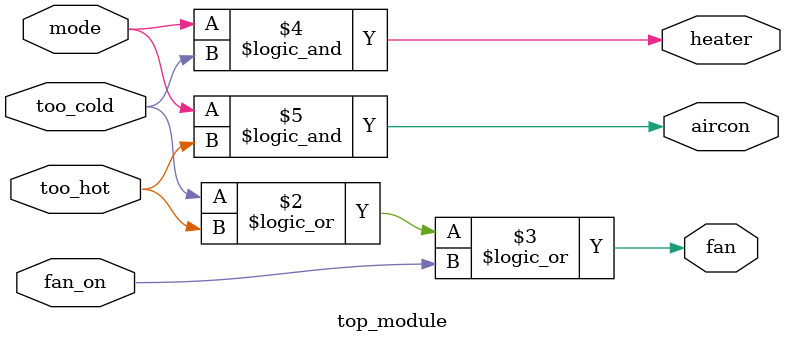
<source format=sv>
module top_module(
    input mode,
    input too_cold,
    input too_hot,
    input fan_on,
    output reg heater,
    output reg aircon,
    output reg fan
);

    always @(*) begin
        fan = (too_cold || too_hot || fan_on);
        heater = (mode && too_cold);
        aircon = (mode && too_hot);  // Fix: Changed not mode to mode
    end

endmodule

</source>
